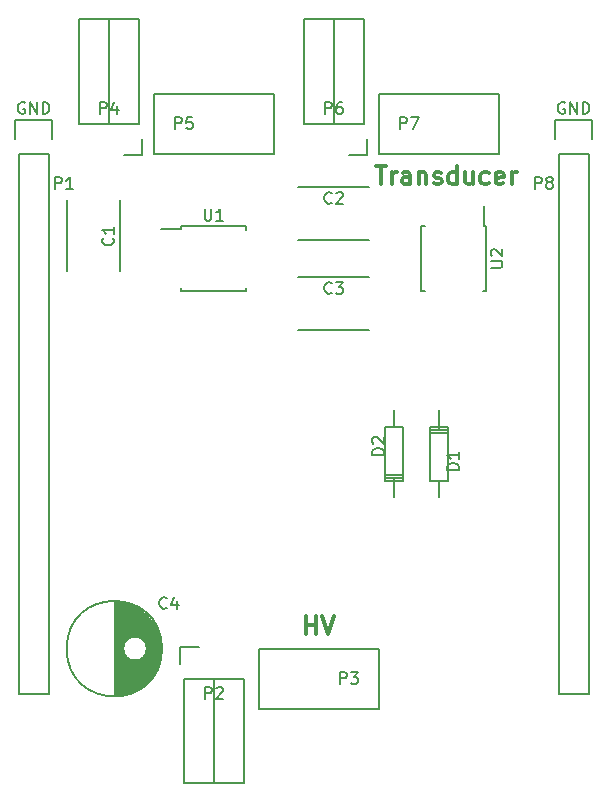
<source format=gbr>
G04 #@! TF.FileFunction,Legend,Top*
%FSLAX46Y46*%
G04 Gerber Fmt 4.6, Leading zero omitted, Abs format (unit mm)*
G04 Created by KiCad (PCBNEW 4.0.4+e1-6308~48~ubuntu16.04.1-stable) date Wed Oct 12 15:54:31 2016*
%MOMM*%
%LPD*%
G01*
G04 APERTURE LIST*
%ADD10C,0.100000*%
%ADD11C,0.300000*%
%ADD12C,0.150000*%
G04 APERTURE END LIST*
D10*
D11*
X88650715Y-84903571D02*
X89507858Y-84903571D01*
X89079287Y-86403571D02*
X89079287Y-84903571D01*
X90007858Y-86403571D02*
X90007858Y-85403571D01*
X90007858Y-85689286D02*
X90079286Y-85546429D01*
X90150715Y-85475000D01*
X90293572Y-85403571D01*
X90436429Y-85403571D01*
X91579286Y-86403571D02*
X91579286Y-85617857D01*
X91507857Y-85475000D01*
X91365000Y-85403571D01*
X91079286Y-85403571D01*
X90936429Y-85475000D01*
X91579286Y-86332143D02*
X91436429Y-86403571D01*
X91079286Y-86403571D01*
X90936429Y-86332143D01*
X90865000Y-86189286D01*
X90865000Y-86046429D01*
X90936429Y-85903571D01*
X91079286Y-85832143D01*
X91436429Y-85832143D01*
X91579286Y-85760714D01*
X92293572Y-85403571D02*
X92293572Y-86403571D01*
X92293572Y-85546429D02*
X92365000Y-85475000D01*
X92507858Y-85403571D01*
X92722143Y-85403571D01*
X92865000Y-85475000D01*
X92936429Y-85617857D01*
X92936429Y-86403571D01*
X93579286Y-86332143D02*
X93722143Y-86403571D01*
X94007858Y-86403571D01*
X94150715Y-86332143D01*
X94222143Y-86189286D01*
X94222143Y-86117857D01*
X94150715Y-85975000D01*
X94007858Y-85903571D01*
X93793572Y-85903571D01*
X93650715Y-85832143D01*
X93579286Y-85689286D01*
X93579286Y-85617857D01*
X93650715Y-85475000D01*
X93793572Y-85403571D01*
X94007858Y-85403571D01*
X94150715Y-85475000D01*
X95507858Y-86403571D02*
X95507858Y-84903571D01*
X95507858Y-86332143D02*
X95365001Y-86403571D01*
X95079287Y-86403571D01*
X94936429Y-86332143D01*
X94865001Y-86260714D01*
X94793572Y-86117857D01*
X94793572Y-85689286D01*
X94865001Y-85546429D01*
X94936429Y-85475000D01*
X95079287Y-85403571D01*
X95365001Y-85403571D01*
X95507858Y-85475000D01*
X96865001Y-85403571D02*
X96865001Y-86403571D01*
X96222144Y-85403571D02*
X96222144Y-86189286D01*
X96293572Y-86332143D01*
X96436430Y-86403571D01*
X96650715Y-86403571D01*
X96793572Y-86332143D01*
X96865001Y-86260714D01*
X98222144Y-86332143D02*
X98079287Y-86403571D01*
X97793573Y-86403571D01*
X97650715Y-86332143D01*
X97579287Y-86260714D01*
X97507858Y-86117857D01*
X97507858Y-85689286D01*
X97579287Y-85546429D01*
X97650715Y-85475000D01*
X97793573Y-85403571D01*
X98079287Y-85403571D01*
X98222144Y-85475000D01*
X99436429Y-86332143D02*
X99293572Y-86403571D01*
X99007858Y-86403571D01*
X98865001Y-86332143D01*
X98793572Y-86189286D01*
X98793572Y-85617857D01*
X98865001Y-85475000D01*
X99007858Y-85403571D01*
X99293572Y-85403571D01*
X99436429Y-85475000D01*
X99507858Y-85617857D01*
X99507858Y-85760714D01*
X98793572Y-85903571D01*
X100150715Y-86403571D02*
X100150715Y-85403571D01*
X100150715Y-85689286D02*
X100222143Y-85546429D01*
X100293572Y-85475000D01*
X100436429Y-85403571D01*
X100579286Y-85403571D01*
X82748572Y-124503571D02*
X82748572Y-123003571D01*
X82748572Y-123717857D02*
X83605715Y-123717857D01*
X83605715Y-124503571D02*
X83605715Y-123003571D01*
X84105715Y-123003571D02*
X84605715Y-124503571D01*
X85105715Y-123003571D01*
D12*
X67020000Y-87765000D02*
X67020000Y-93765000D01*
X62520000Y-93765000D02*
X62520000Y-87765000D01*
X82050000Y-86650000D02*
X88050000Y-86650000D01*
X88050000Y-91150000D02*
X82050000Y-91150000D01*
X82050000Y-94270000D02*
X88050000Y-94270000D01*
X88050000Y-98770000D02*
X82050000Y-98770000D01*
X93982540Y-111506520D02*
X93982540Y-112903520D01*
X93982540Y-107061520D02*
X93982540Y-105537520D01*
X94744540Y-107442520D02*
X93220540Y-107442520D01*
X94744540Y-107188520D02*
X93220540Y-107188520D01*
X93982540Y-106934520D02*
X93220540Y-106934520D01*
X93220540Y-106934520D02*
X93220540Y-111506520D01*
X93220540Y-111506520D02*
X94744540Y-111506520D01*
X94744540Y-111506520D02*
X94744540Y-106934520D01*
X94744540Y-106934520D02*
X93982540Y-106934520D01*
X90167460Y-106933480D02*
X90167460Y-105536480D01*
X90167460Y-111378480D02*
X90167460Y-112902480D01*
X89405460Y-110997480D02*
X90929460Y-110997480D01*
X89405460Y-111251480D02*
X90929460Y-111251480D01*
X90167460Y-111505480D02*
X90929460Y-111505480D01*
X90929460Y-111505480D02*
X90929460Y-106933480D01*
X90929460Y-106933480D02*
X89405460Y-106933480D01*
X89405460Y-106933480D02*
X89405460Y-111505480D01*
X89405460Y-111505480D02*
X90167460Y-111505480D01*
X58420000Y-83820000D02*
X58420000Y-129540000D01*
X58420000Y-129540000D02*
X60960000Y-129540000D01*
X60960000Y-129540000D02*
X60960000Y-83820000D01*
X58140000Y-81000000D02*
X58140000Y-82550000D01*
X58420000Y-83820000D02*
X60960000Y-83820000D01*
X61240000Y-82550000D02*
X61240000Y-81000000D01*
X61240000Y-81000000D02*
X58140000Y-81000000D01*
X78740000Y-125730000D02*
X88900000Y-125730000D01*
X88900000Y-125730000D02*
X88900000Y-130810000D01*
X88900000Y-130810000D02*
X78740000Y-130810000D01*
X78740000Y-130810000D02*
X78740000Y-125730000D01*
X80010000Y-83820000D02*
X69850000Y-83820000D01*
X69850000Y-83820000D02*
X69850000Y-78740000D01*
X69850000Y-78740000D02*
X80010000Y-78740000D01*
X80010000Y-78740000D02*
X80010000Y-83820000D01*
X99060000Y-83820000D02*
X88900000Y-83820000D01*
X88900000Y-83820000D02*
X88900000Y-78740000D01*
X88900000Y-78740000D02*
X99060000Y-78740000D01*
X99060000Y-78740000D02*
X99060000Y-83820000D01*
X104140000Y-83820000D02*
X104140000Y-129540000D01*
X104140000Y-129540000D02*
X106680000Y-129540000D01*
X106680000Y-129540000D02*
X106680000Y-83820000D01*
X103860000Y-81000000D02*
X103860000Y-82550000D01*
X104140000Y-83820000D02*
X106680000Y-83820000D01*
X106960000Y-82550000D02*
X106960000Y-81000000D01*
X106960000Y-81000000D02*
X103860000Y-81000000D01*
X72180000Y-89955000D02*
X72180000Y-90160000D01*
X77680000Y-89955000D02*
X77680000Y-90255000D01*
X77680000Y-95465000D02*
X77680000Y-95165000D01*
X72180000Y-95465000D02*
X72180000Y-95165000D01*
X72180000Y-89955000D02*
X77680000Y-89955000D01*
X72180000Y-95465000D02*
X77680000Y-95465000D01*
X72180000Y-90160000D02*
X70430000Y-90160000D01*
X98005000Y-89960000D02*
X97800000Y-89960000D01*
X98005000Y-95460000D02*
X97705000Y-95460000D01*
X92495000Y-95460000D02*
X92795000Y-95460000D01*
X92495000Y-89960000D02*
X92795000Y-89960000D01*
X98005000Y-89960000D02*
X98005000Y-95460000D01*
X92495000Y-89960000D02*
X92495000Y-95460000D01*
X97800000Y-89960000D02*
X97800000Y-88210000D01*
X66595000Y-121731000D02*
X66595000Y-129729000D01*
X66735000Y-121736000D02*
X66735000Y-129724000D01*
X66875000Y-121746000D02*
X66875000Y-129714000D01*
X67015000Y-121761000D02*
X67015000Y-129699000D01*
X67155000Y-121781000D02*
X67155000Y-129679000D01*
X67295000Y-121806000D02*
X67295000Y-125508000D01*
X67295000Y-125952000D02*
X67295000Y-129654000D01*
X67435000Y-121836000D02*
X67435000Y-125180000D01*
X67435000Y-126280000D02*
X67435000Y-129624000D01*
X67575000Y-121872000D02*
X67575000Y-125011000D01*
X67575000Y-126449000D02*
X67575000Y-129588000D01*
X67715000Y-121913000D02*
X67715000Y-124898000D01*
X67715000Y-126562000D02*
X67715000Y-129547000D01*
X67855000Y-121959000D02*
X67855000Y-124820000D01*
X67855000Y-126640000D02*
X67855000Y-129501000D01*
X67995000Y-122012000D02*
X67995000Y-124769000D01*
X67995000Y-126691000D02*
X67995000Y-129448000D01*
X68135000Y-122071000D02*
X68135000Y-124739000D01*
X68135000Y-126721000D02*
X68135000Y-129389000D01*
X68275000Y-122136000D02*
X68275000Y-124730000D01*
X68275000Y-126730000D02*
X68275000Y-129324000D01*
X68415000Y-122207000D02*
X68415000Y-124741000D01*
X68415000Y-126719000D02*
X68415000Y-129253000D01*
X68555000Y-122286000D02*
X68555000Y-124771000D01*
X68555000Y-126689000D02*
X68555000Y-129174000D01*
X68695000Y-122373000D02*
X68695000Y-124825000D01*
X68695000Y-126635000D02*
X68695000Y-129087000D01*
X68835000Y-122468000D02*
X68835000Y-124905000D01*
X68835000Y-126555000D02*
X68835000Y-128992000D01*
X68975000Y-122572000D02*
X68975000Y-125021000D01*
X68975000Y-126439000D02*
X68975000Y-128888000D01*
X69115000Y-122686000D02*
X69115000Y-125195000D01*
X69115000Y-126265000D02*
X69115000Y-128774000D01*
X69255000Y-122811000D02*
X69255000Y-125557000D01*
X69255000Y-125903000D02*
X69255000Y-128649000D01*
X69395000Y-122949000D02*
X69395000Y-128511000D01*
X69535000Y-123101000D02*
X69535000Y-128359000D01*
X69675000Y-123271000D02*
X69675000Y-128189000D01*
X69815000Y-123462000D02*
X69815000Y-127998000D01*
X69955000Y-123680000D02*
X69955000Y-127780000D01*
X70095000Y-123936000D02*
X70095000Y-127524000D01*
X70235000Y-124247000D02*
X70235000Y-127213000D01*
X70375000Y-124663000D02*
X70375000Y-126797000D01*
X70515000Y-125530000D02*
X70515000Y-125930000D01*
X69270000Y-125730000D02*
G75*
G03X69270000Y-125730000I-1000000J0D01*
G01*
X70557500Y-125730000D02*
G75*
G03X70557500Y-125730000I-4037500J0D01*
G01*
X77470000Y-137100000D02*
X77470000Y-128270000D01*
X74930000Y-137100000D02*
X77470000Y-137100000D01*
X74930000Y-128270000D02*
X74930000Y-137100000D01*
X74930000Y-128270000D02*
X77470000Y-128270000D01*
X72390000Y-128270000D02*
X74930000Y-128270000D01*
X73660000Y-125600000D02*
X72110000Y-125600000D01*
X72110000Y-125600000D02*
X72110000Y-127000000D01*
X72390000Y-128270000D02*
X72390000Y-137100000D01*
X72390000Y-137100000D02*
X74930000Y-137100000D01*
X74930000Y-137100000D02*
X74930000Y-128270000D01*
X63500000Y-72450000D02*
X63500000Y-81280000D01*
X66040000Y-72450000D02*
X63500000Y-72450000D01*
X66040000Y-81280000D02*
X66040000Y-72450000D01*
X66040000Y-81280000D02*
X63500000Y-81280000D01*
X68580000Y-81280000D02*
X66040000Y-81280000D01*
X67310000Y-83950000D02*
X68860000Y-83950000D01*
X68860000Y-83950000D02*
X68860000Y-82550000D01*
X68580000Y-81280000D02*
X68580000Y-72450000D01*
X68580000Y-72450000D02*
X66040000Y-72450000D01*
X66040000Y-72450000D02*
X66040000Y-81280000D01*
X82550000Y-72450000D02*
X82550000Y-81280000D01*
X85090000Y-72450000D02*
X82550000Y-72450000D01*
X85090000Y-81280000D02*
X85090000Y-72450000D01*
X85090000Y-81280000D02*
X82550000Y-81280000D01*
X87630000Y-81280000D02*
X85090000Y-81280000D01*
X86360000Y-83950000D02*
X87910000Y-83950000D01*
X87910000Y-83950000D02*
X87910000Y-82550000D01*
X87630000Y-81280000D02*
X87630000Y-72450000D01*
X87630000Y-72450000D02*
X85090000Y-72450000D01*
X85090000Y-72450000D02*
X85090000Y-81280000D01*
X66397143Y-90971666D02*
X66444762Y-91019285D01*
X66492381Y-91162142D01*
X66492381Y-91257380D01*
X66444762Y-91400238D01*
X66349524Y-91495476D01*
X66254286Y-91543095D01*
X66063810Y-91590714D01*
X65920952Y-91590714D01*
X65730476Y-91543095D01*
X65635238Y-91495476D01*
X65540000Y-91400238D01*
X65492381Y-91257380D01*
X65492381Y-91162142D01*
X65540000Y-91019285D01*
X65587619Y-90971666D01*
X66492381Y-90019285D02*
X66492381Y-90590714D01*
X66492381Y-90305000D02*
X65492381Y-90305000D01*
X65635238Y-90400238D01*
X65730476Y-90495476D01*
X65778095Y-90590714D01*
X84923334Y-87987143D02*
X84875715Y-88034762D01*
X84732858Y-88082381D01*
X84637620Y-88082381D01*
X84494762Y-88034762D01*
X84399524Y-87939524D01*
X84351905Y-87844286D01*
X84304286Y-87653810D01*
X84304286Y-87510952D01*
X84351905Y-87320476D01*
X84399524Y-87225238D01*
X84494762Y-87130000D01*
X84637620Y-87082381D01*
X84732858Y-87082381D01*
X84875715Y-87130000D01*
X84923334Y-87177619D01*
X85304286Y-87177619D02*
X85351905Y-87130000D01*
X85447143Y-87082381D01*
X85685239Y-87082381D01*
X85780477Y-87130000D01*
X85828096Y-87177619D01*
X85875715Y-87272857D01*
X85875715Y-87368095D01*
X85828096Y-87510952D01*
X85256667Y-88082381D01*
X85875715Y-88082381D01*
X84923334Y-95607143D02*
X84875715Y-95654762D01*
X84732858Y-95702381D01*
X84637620Y-95702381D01*
X84494762Y-95654762D01*
X84399524Y-95559524D01*
X84351905Y-95464286D01*
X84304286Y-95273810D01*
X84304286Y-95130952D01*
X84351905Y-94940476D01*
X84399524Y-94845238D01*
X84494762Y-94750000D01*
X84637620Y-94702381D01*
X84732858Y-94702381D01*
X84875715Y-94750000D01*
X84923334Y-94797619D01*
X85256667Y-94702381D02*
X85875715Y-94702381D01*
X85542381Y-95083333D01*
X85685239Y-95083333D01*
X85780477Y-95130952D01*
X85828096Y-95178571D01*
X85875715Y-95273810D01*
X85875715Y-95511905D01*
X85828096Y-95607143D01*
X85780477Y-95654762D01*
X85685239Y-95702381D01*
X85399524Y-95702381D01*
X85304286Y-95654762D01*
X85256667Y-95607143D01*
X95702381Y-110593095D02*
X94702381Y-110593095D01*
X94702381Y-110355000D01*
X94750000Y-110212142D01*
X94845238Y-110116904D01*
X94940476Y-110069285D01*
X95130952Y-110021666D01*
X95273810Y-110021666D01*
X95464286Y-110069285D01*
X95559524Y-110116904D01*
X95654762Y-110212142D01*
X95702381Y-110355000D01*
X95702381Y-110593095D01*
X95702381Y-109069285D02*
X95702381Y-109640714D01*
X95702381Y-109355000D02*
X94702381Y-109355000D01*
X94845238Y-109450238D01*
X94940476Y-109545476D01*
X94988095Y-109640714D01*
X89352381Y-109323095D02*
X88352381Y-109323095D01*
X88352381Y-109085000D01*
X88400000Y-108942142D01*
X88495238Y-108846904D01*
X88590476Y-108799285D01*
X88780952Y-108751666D01*
X88923810Y-108751666D01*
X89114286Y-108799285D01*
X89209524Y-108846904D01*
X89304762Y-108942142D01*
X89352381Y-109085000D01*
X89352381Y-109323095D01*
X88447619Y-108370714D02*
X88400000Y-108323095D01*
X88352381Y-108227857D01*
X88352381Y-107989761D01*
X88400000Y-107894523D01*
X88447619Y-107846904D01*
X88542857Y-107799285D01*
X88638095Y-107799285D01*
X88780952Y-107846904D01*
X89352381Y-108418333D01*
X89352381Y-107799285D01*
X61491905Y-86812381D02*
X61491905Y-85812381D01*
X61872858Y-85812381D01*
X61968096Y-85860000D01*
X62015715Y-85907619D01*
X62063334Y-86002857D01*
X62063334Y-86145714D01*
X62015715Y-86240952D01*
X61968096Y-86288571D01*
X61872858Y-86336190D01*
X61491905Y-86336190D01*
X63015715Y-86812381D02*
X62444286Y-86812381D01*
X62730000Y-86812381D02*
X62730000Y-85812381D01*
X62634762Y-85955238D01*
X62539524Y-86050476D01*
X62444286Y-86098095D01*
X58928096Y-79510000D02*
X58832858Y-79462381D01*
X58690001Y-79462381D01*
X58547143Y-79510000D01*
X58451905Y-79605238D01*
X58404286Y-79700476D01*
X58356667Y-79890952D01*
X58356667Y-80033810D01*
X58404286Y-80224286D01*
X58451905Y-80319524D01*
X58547143Y-80414762D01*
X58690001Y-80462381D01*
X58785239Y-80462381D01*
X58928096Y-80414762D01*
X58975715Y-80367143D01*
X58975715Y-80033810D01*
X58785239Y-80033810D01*
X59404286Y-80462381D02*
X59404286Y-79462381D01*
X59975715Y-80462381D01*
X59975715Y-79462381D01*
X60451905Y-80462381D02*
X60451905Y-79462381D01*
X60690000Y-79462381D01*
X60832858Y-79510000D01*
X60928096Y-79605238D01*
X60975715Y-79700476D01*
X61023334Y-79890952D01*
X61023334Y-80033810D01*
X60975715Y-80224286D01*
X60928096Y-80319524D01*
X60832858Y-80414762D01*
X60690000Y-80462381D01*
X60451905Y-80462381D01*
X85621905Y-128722381D02*
X85621905Y-127722381D01*
X86002858Y-127722381D01*
X86098096Y-127770000D01*
X86145715Y-127817619D01*
X86193334Y-127912857D01*
X86193334Y-128055714D01*
X86145715Y-128150952D01*
X86098096Y-128198571D01*
X86002858Y-128246190D01*
X85621905Y-128246190D01*
X86526667Y-127722381D02*
X87145715Y-127722381D01*
X86812381Y-128103333D01*
X86955239Y-128103333D01*
X87050477Y-128150952D01*
X87098096Y-128198571D01*
X87145715Y-128293810D01*
X87145715Y-128531905D01*
X87098096Y-128627143D01*
X87050477Y-128674762D01*
X86955239Y-128722381D01*
X86669524Y-128722381D01*
X86574286Y-128674762D01*
X86526667Y-128627143D01*
X71651905Y-81732381D02*
X71651905Y-80732381D01*
X72032858Y-80732381D01*
X72128096Y-80780000D01*
X72175715Y-80827619D01*
X72223334Y-80922857D01*
X72223334Y-81065714D01*
X72175715Y-81160952D01*
X72128096Y-81208571D01*
X72032858Y-81256190D01*
X71651905Y-81256190D01*
X73128096Y-80732381D02*
X72651905Y-80732381D01*
X72604286Y-81208571D01*
X72651905Y-81160952D01*
X72747143Y-81113333D01*
X72985239Y-81113333D01*
X73080477Y-81160952D01*
X73128096Y-81208571D01*
X73175715Y-81303810D01*
X73175715Y-81541905D01*
X73128096Y-81637143D01*
X73080477Y-81684762D01*
X72985239Y-81732381D01*
X72747143Y-81732381D01*
X72651905Y-81684762D01*
X72604286Y-81637143D01*
X90701905Y-81732381D02*
X90701905Y-80732381D01*
X91082858Y-80732381D01*
X91178096Y-80780000D01*
X91225715Y-80827619D01*
X91273334Y-80922857D01*
X91273334Y-81065714D01*
X91225715Y-81160952D01*
X91178096Y-81208571D01*
X91082858Y-81256190D01*
X90701905Y-81256190D01*
X91606667Y-80732381D02*
X92273334Y-80732381D01*
X91844762Y-81732381D01*
X102131905Y-86812381D02*
X102131905Y-85812381D01*
X102512858Y-85812381D01*
X102608096Y-85860000D01*
X102655715Y-85907619D01*
X102703334Y-86002857D01*
X102703334Y-86145714D01*
X102655715Y-86240952D01*
X102608096Y-86288571D01*
X102512858Y-86336190D01*
X102131905Y-86336190D01*
X103274762Y-86240952D02*
X103179524Y-86193333D01*
X103131905Y-86145714D01*
X103084286Y-86050476D01*
X103084286Y-86002857D01*
X103131905Y-85907619D01*
X103179524Y-85860000D01*
X103274762Y-85812381D01*
X103465239Y-85812381D01*
X103560477Y-85860000D01*
X103608096Y-85907619D01*
X103655715Y-86002857D01*
X103655715Y-86050476D01*
X103608096Y-86145714D01*
X103560477Y-86193333D01*
X103465239Y-86240952D01*
X103274762Y-86240952D01*
X103179524Y-86288571D01*
X103131905Y-86336190D01*
X103084286Y-86431429D01*
X103084286Y-86621905D01*
X103131905Y-86717143D01*
X103179524Y-86764762D01*
X103274762Y-86812381D01*
X103465239Y-86812381D01*
X103560477Y-86764762D01*
X103608096Y-86717143D01*
X103655715Y-86621905D01*
X103655715Y-86431429D01*
X103608096Y-86336190D01*
X103560477Y-86288571D01*
X103465239Y-86240952D01*
X104648096Y-79510000D02*
X104552858Y-79462381D01*
X104410001Y-79462381D01*
X104267143Y-79510000D01*
X104171905Y-79605238D01*
X104124286Y-79700476D01*
X104076667Y-79890952D01*
X104076667Y-80033810D01*
X104124286Y-80224286D01*
X104171905Y-80319524D01*
X104267143Y-80414762D01*
X104410001Y-80462381D01*
X104505239Y-80462381D01*
X104648096Y-80414762D01*
X104695715Y-80367143D01*
X104695715Y-80033810D01*
X104505239Y-80033810D01*
X105124286Y-80462381D02*
X105124286Y-79462381D01*
X105695715Y-80462381D01*
X105695715Y-79462381D01*
X106171905Y-80462381D02*
X106171905Y-79462381D01*
X106410000Y-79462381D01*
X106552858Y-79510000D01*
X106648096Y-79605238D01*
X106695715Y-79700476D01*
X106743334Y-79890952D01*
X106743334Y-80033810D01*
X106695715Y-80224286D01*
X106648096Y-80319524D01*
X106552858Y-80414762D01*
X106410000Y-80462381D01*
X106171905Y-80462381D01*
X74168095Y-88482381D02*
X74168095Y-89291905D01*
X74215714Y-89387143D01*
X74263333Y-89434762D01*
X74358571Y-89482381D01*
X74549048Y-89482381D01*
X74644286Y-89434762D01*
X74691905Y-89387143D01*
X74739524Y-89291905D01*
X74739524Y-88482381D01*
X75739524Y-89482381D02*
X75168095Y-89482381D01*
X75453809Y-89482381D02*
X75453809Y-88482381D01*
X75358571Y-88625238D01*
X75263333Y-88720476D01*
X75168095Y-88768095D01*
X98382381Y-93471905D02*
X99191905Y-93471905D01*
X99287143Y-93424286D01*
X99334762Y-93376667D01*
X99382381Y-93281429D01*
X99382381Y-93090952D01*
X99334762Y-92995714D01*
X99287143Y-92948095D01*
X99191905Y-92900476D01*
X98382381Y-92900476D01*
X98477619Y-92471905D02*
X98430000Y-92424286D01*
X98382381Y-92329048D01*
X98382381Y-92090952D01*
X98430000Y-91995714D01*
X98477619Y-91948095D01*
X98572857Y-91900476D01*
X98668095Y-91900476D01*
X98810952Y-91948095D01*
X99382381Y-92519524D01*
X99382381Y-91900476D01*
X70953334Y-122277143D02*
X70905715Y-122324762D01*
X70762858Y-122372381D01*
X70667620Y-122372381D01*
X70524762Y-122324762D01*
X70429524Y-122229524D01*
X70381905Y-122134286D01*
X70334286Y-121943810D01*
X70334286Y-121800952D01*
X70381905Y-121610476D01*
X70429524Y-121515238D01*
X70524762Y-121420000D01*
X70667620Y-121372381D01*
X70762858Y-121372381D01*
X70905715Y-121420000D01*
X70953334Y-121467619D01*
X71810477Y-121705714D02*
X71810477Y-122372381D01*
X71572381Y-121324762D02*
X71334286Y-122039048D01*
X71953334Y-122039048D01*
X74191905Y-129992381D02*
X74191905Y-128992381D01*
X74572858Y-128992381D01*
X74668096Y-129040000D01*
X74715715Y-129087619D01*
X74763334Y-129182857D01*
X74763334Y-129325714D01*
X74715715Y-129420952D01*
X74668096Y-129468571D01*
X74572858Y-129516190D01*
X74191905Y-129516190D01*
X75144286Y-129087619D02*
X75191905Y-129040000D01*
X75287143Y-128992381D01*
X75525239Y-128992381D01*
X75620477Y-129040000D01*
X75668096Y-129087619D01*
X75715715Y-129182857D01*
X75715715Y-129278095D01*
X75668096Y-129420952D01*
X75096667Y-129992381D01*
X75715715Y-129992381D01*
X65301905Y-80462381D02*
X65301905Y-79462381D01*
X65682858Y-79462381D01*
X65778096Y-79510000D01*
X65825715Y-79557619D01*
X65873334Y-79652857D01*
X65873334Y-79795714D01*
X65825715Y-79890952D01*
X65778096Y-79938571D01*
X65682858Y-79986190D01*
X65301905Y-79986190D01*
X66730477Y-79795714D02*
X66730477Y-80462381D01*
X66492381Y-79414762D02*
X66254286Y-80129048D01*
X66873334Y-80129048D01*
X84351905Y-80462381D02*
X84351905Y-79462381D01*
X84732858Y-79462381D01*
X84828096Y-79510000D01*
X84875715Y-79557619D01*
X84923334Y-79652857D01*
X84923334Y-79795714D01*
X84875715Y-79890952D01*
X84828096Y-79938571D01*
X84732858Y-79986190D01*
X84351905Y-79986190D01*
X85780477Y-79462381D02*
X85590000Y-79462381D01*
X85494762Y-79510000D01*
X85447143Y-79557619D01*
X85351905Y-79700476D01*
X85304286Y-79890952D01*
X85304286Y-80271905D01*
X85351905Y-80367143D01*
X85399524Y-80414762D01*
X85494762Y-80462381D01*
X85685239Y-80462381D01*
X85780477Y-80414762D01*
X85828096Y-80367143D01*
X85875715Y-80271905D01*
X85875715Y-80033810D01*
X85828096Y-79938571D01*
X85780477Y-79890952D01*
X85685239Y-79843333D01*
X85494762Y-79843333D01*
X85399524Y-79890952D01*
X85351905Y-79938571D01*
X85304286Y-80033810D01*
M02*

</source>
